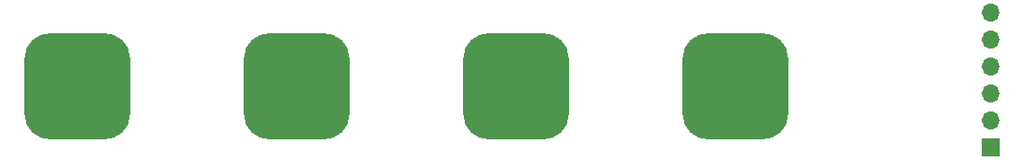
<source format=gbs>
%TF.GenerationSoftware,KiCad,Pcbnew,(6.0.2)*%
%TF.CreationDate,2023-03-26T00:57:02-07:00*%
%TF.ProjectId,cap-sensors-1-ch-dome-switches,6361702d-7365-46e7-936f-72732d312d63,rev?*%
%TF.SameCoordinates,Original*%
%TF.FileFunction,Soldermask,Bot*%
%TF.FilePolarity,Negative*%
%FSLAX46Y46*%
G04 Gerber Fmt 4.6, Leading zero omitted, Abs format (unit mm)*
G04 Created by KiCad (PCBNEW (6.0.2)) date 2023-03-26 00:57:02*
%MOMM*%
%LPD*%
G01*
G04 APERTURE LIST*
G04 Aperture macros list*
%AMRoundRect*
0 Rectangle with rounded corners*
0 $1 Rounding radius*
0 $2 $3 $4 $5 $6 $7 $8 $9 X,Y pos of 4 corners*
0 Add a 4 corners polygon primitive as box body*
4,1,4,$2,$3,$4,$5,$6,$7,$8,$9,$2,$3,0*
0 Add four circle primitives for the rounded corners*
1,1,$1+$1,$2,$3*
1,1,$1+$1,$4,$5*
1,1,$1+$1,$6,$7*
1,1,$1+$1,$8,$9*
0 Add four rect primitives between the rounded corners*
20,1,$1+$1,$2,$3,$4,$5,0*
20,1,$1+$1,$4,$5,$6,$7,0*
20,1,$1+$1,$6,$7,$8,$9,0*
20,1,$1+$1,$8,$9,$2,$3,0*%
G04 Aperture macros list end*
%ADD10RoundRect,2.500000X2.500000X2.500000X-2.500000X2.500000X-2.500000X-2.500000X2.500000X-2.500000X0*%
%ADD11R,1.700000X1.700000*%
%ADD12O,1.700000X1.700000*%
G04 APERTURE END LIST*
D10*
%TO.C,Button 4*%
X88975000Y-110850000D03*
%TD*%
%TO.C,Button 3*%
X68308332Y-110850000D03*
%TD*%
%TO.C,Button 2*%
X47641666Y-110850000D03*
%TD*%
%TO.C,Button 1*%
X26975000Y-110850000D03*
%TD*%
D11*
%TO.C,J1*%
X113000000Y-116540000D03*
D12*
X113000000Y-114000000D03*
X113000000Y-111460000D03*
X113000000Y-108920000D03*
X113000000Y-106380000D03*
X113000000Y-103840000D03*
%TD*%
M02*

</source>
